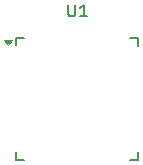
<source format=gbr>
%TF.GenerationSoftware,KiCad,Pcbnew,8.0.3*%
%TF.CreationDate,2024-08-14T13:46:04+03:00*%
%TF.ProjectId,test,74657374-2e6b-4696-9361-645f70636258,rev?*%
%TF.SameCoordinates,PX2fd099cPY213c4d0*%
%TF.FileFunction,Legend,Top*%
%TF.FilePolarity,Positive*%
%FSLAX46Y46*%
G04 Gerber Fmt 4.6, Leading zero omitted, Abs format (unit mm)*
G04 Created by KiCad (PCBNEW 8.0.3) date 2024-08-14 13:46:04*
%MOMM*%
%LPD*%
G01*
G04 APERTURE LIST*
%ADD10C,0.150000*%
%ADD11C,0.120000*%
G04 APERTURE END LIST*
D10*
X-761905Y7995181D02*
X-761905Y7185658D01*
X-761905Y7185658D02*
X-714286Y7090420D01*
X-714286Y7090420D02*
X-666667Y7042800D01*
X-666667Y7042800D02*
X-571429Y6995181D01*
X-571429Y6995181D02*
X-380953Y6995181D01*
X-380953Y6995181D02*
X-285715Y7042800D01*
X-285715Y7042800D02*
X-238096Y7090420D01*
X-238096Y7090420D02*
X-190477Y7185658D01*
X-190477Y7185658D02*
X-190477Y7995181D01*
X809523Y6995181D02*
X238095Y6995181D01*
X523809Y6995181D02*
X523809Y7995181D01*
X523809Y7995181D02*
X428571Y7852324D01*
X428571Y7852324D02*
X333333Y7757086D01*
X333333Y7757086D02*
X238095Y7709467D01*
%TO.C,U1*%
X-5175000Y5175000D02*
X-5175000Y4560000D01*
X-5175000Y5175000D02*
X-4500000Y5175000D01*
X-5175000Y-5175000D02*
X-5175000Y-4500000D01*
X-5175000Y-5175000D02*
X-4500000Y-5175000D01*
X5175000Y5175000D02*
X4500000Y5175000D01*
X5175000Y5175000D02*
X5175000Y4500000D01*
X5175000Y-5175000D02*
X4500000Y-5175000D01*
X5175000Y-5175000D02*
X5175000Y-4500000D01*
D11*
X-5860000Y4540000D02*
X-6200000Y5010000D01*
X-5520000Y5010000D01*
X-5860000Y4540000D01*
G36*
X-5860000Y4540000D02*
G01*
X-6200000Y5010000D01*
X-5520000Y5010000D01*
X-5860000Y4540000D01*
G37*
%TD*%
M02*

</source>
